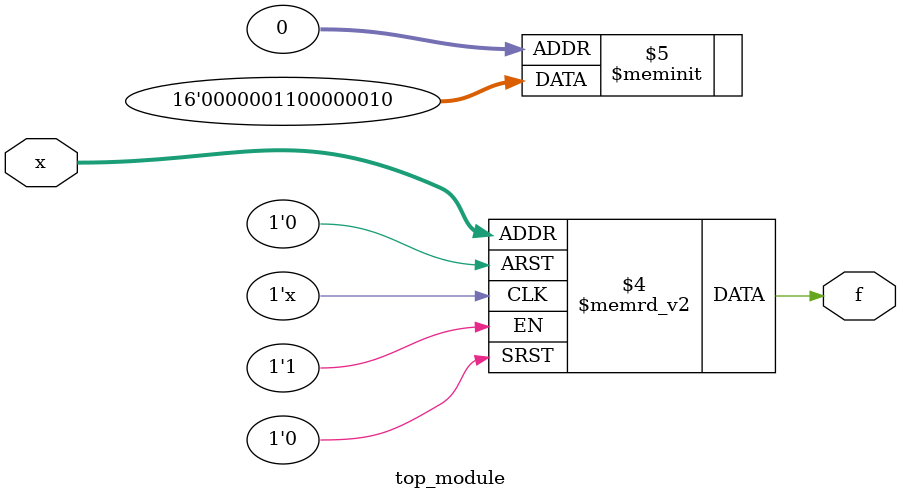
<source format=sv>
module top_module (
	input [4:1] x,
	output logic f
);

// Implementing the function f using a case statement
always_comb begin
	case(x)
		4'b0001: f = 1'b1;
		4'b0010: f = 1'b0;
		4'b0011: f = 1'b0;
		4'b0101: f = 1'b0;
		4'b0110: f = 1'b0;
		4'b0111: f = 1'b0;
		4'b1000: f = 1'b1;
		4'b1001: f = 1'b1;
		default: f = 1'b0;
	endcase
end

endmodule

</source>
